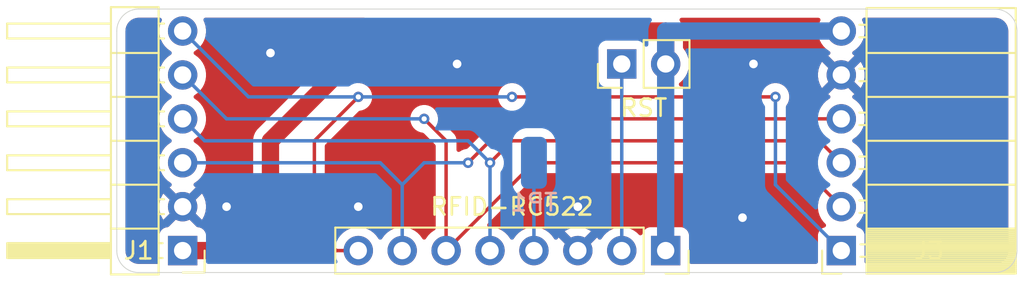
<source format=kicad_pcb>
(kicad_pcb (version 20241229) (generator "pcbnew") (generator_version "9.0")
  (layers (0 "F.Cu" signal) (2 "B.Cu" signal) (13 "F.Paste" user) (15 "B.Paste" user) (5 "F.SilkS" user "F.Silkscreen") (7 "B.SilkS" user "B.Silkscreen") (1 "F.Mask" user) (3 "B.Mask" user) (25 "Edge.Cuts" user))
  (net 0 "")
  (net 1 "GND")
  (net 2 "+3.3V")
  (net 3 "MISO")
  (net 4 "SCK")
  (net 5 "SS")
  (net 6 "Net-(J2-Pin_4)")
  (net 7 "RST")
  (net 8 "MOSI")
  (footprint "Connector_PinSocket_2.54mm:PinSocket_1x06_P2.54mm_Horizontal" (layer "F.Cu") (at 96.52 58.42 180)
    (property "Reference" "J3" (at -5.08 0 0) (layer "F.SilkS"))
    (property "Value" "SPI OUT")
    (fp_line (start 1.11 -1.33) (end 1.11 0) (stroke (width 0.12)) (layer "F.SilkS"))
    (fp_line (start 0 -1.33) (end 1.11 -1.33) (stroke (width 0.12)) (layer "F.SilkS"))
    (fp_line (start -1.46 13.06) (end -1.05 13.06) (stroke (width 0.12)) (layer "F.SilkS"))
    (fp_line (start -1.46 12.34) (end -1.05 12.34) (stroke (width 0.12)) (layer "F.SilkS"))
    (fp_line (start -1.46 10.52) (end -1.05 10.52) (stroke (width 0.12)) (layer "F.SilkS"))
    (fp_line (start -1.46 9.8) (end -1.05 9.8) (stroke (width 0.12)) (layer "F.SilkS"))
    (fp_line (start -1.46 7.98) (end -1.05 7.98) (stroke (width 0.12)) (layer "F.SilkS"))
    (fp_line (start -1.46 7.26) (end -1.05 7.26) (stroke (width 0.12)) (layer "F.SilkS"))
    (fp_line (start -1.46 5.44) (end -1.05 5.44) (stroke (width 0.12)) (layer "F.SilkS"))
    (fp_line (start -1.46 4.72) (end -1.05 4.72) (stroke (width 0.12)) (layer "F.SilkS"))
    (fp_line (start -1.46 2.9) (end -1.05 2.9) (stroke (width 0.12)) (layer "F.SilkS"))
    (fp_line (start -1.46 2.18) (end -1.05 2.18) (stroke (width 0.12)) (layer "F.SilkS"))
    (fp_line (start -1.46 0.36) (end -1.11 0.36) (stroke (width 0.12)) (layer "F.SilkS"))
    (fp_line (start -1.46 -0.36) (end -1.11 -0.36) (stroke (width 0.12)) (layer "F.SilkS"))
    (fp_line (start -1.46 -1.33) (end -1.46 14.03) (stroke (width 0.12)) (layer "F.SilkS"))
    (fp_line (start -10.09 14.03) (end -1.46 14.03) (stroke (width 0.12)) (layer "F.SilkS"))
    (fp_line (start -10.09 11.43) (end -1.46 11.43) (stroke (width 0.12)) (layer "F.SilkS"))
    (fp_line (start -10.09 8.89) (end -1.46 8.89) (stroke (width 0.12)) (layer "F.SilkS"))
    (fp_line (start -10.09 6.35) (end -1.46 6.35) (stroke (width 0.12)) (layer "F.SilkS"))
    (fp_line (start -10.09 3.81) (end -1.46 3.81) (stroke (width 0.12)) (layer "F.SilkS"))
    (fp_line (start -10.09 1.27) (end -1.46 1.27) (stroke (width 0.12)) (layer "F.SilkS"))
    (fp_line (start -10.09 1.1519) (end -1.46 1.1519) (stroke (width 0.12)) (layer "F.SilkS"))
    (fp_line (start -10.09 1.033805) (end -1.46 1.033805) (stroke (width 0.12)) (layer "F.SilkS"))
    (fp_line (start -10.09 0.91571) (end -1.46 0.91571) (stroke (width 0.12)) (layer "F.SilkS"))
    (fp_line (start -10.09 0.797615) (end -1.46 0.797615) (stroke (width 0.12)) (layer "F.SilkS"))
    (fp_line (start -10.09 0.67952) (end -1.46 0.67952) (stroke (width 0.12)) (layer "F.SilkS"))
    (fp_line (start -10.09 0.561425) (end -1.46 0.561425) (stroke (width 0.12)) (layer "F.SilkS"))
    (fp_line (start -10.09 0.44333) (end -1.46 0.44333) (stroke (width 0.12)) (layer "F.SilkS"))
    (fp_line (start -10.09 0.325235) (end -1.46 0.325235) (stroke (width 0.12)) (layer "F.SilkS"))
    (fp_line (start -10.09 0.20714) (end -1.46 0.20714) (stroke (width 0.12)) (layer "F.SilkS"))
    (fp_line (start -10.09 0.089045) (end -1.46 0.089045) (stroke (width 0.12)) (layer "F.SilkS"))
    (fp_line (start -10.09 -0.02905) (end -1.46 -0.02905) (stroke (width 0.12)) (layer "F.SilkS"))
    (fp_line (start -10.09 -0.147145) (end -1.46 -0.147145) (stroke (width 0.12)) (layer "F.SilkS"))
    (fp_line (start -10.09 -0.26524) (end -1.46 -0.26524) (stroke (width 0.12)) (layer "F.SilkS"))
    (fp_line (start -10.09 -0.383335) (end -1.46 -0.383335) (stroke (width 0.12)) (layer "F.SilkS"))
    (fp_line (start -10.09 -0.50143) (end -1.46 -0.50143) (stroke (width 0.12)) (layer "F.SilkS"))
    (fp_line (start -10.09 -0.619525) (end -1.46 -0.619525) (stroke (width 0.12)) (layer "F.SilkS"))
    (fp_line (start -10.09 -0.73762) (end -1.46 -0.73762) (stroke (width 0.12)) (layer "F.SilkS"))
    (fp_line (start -10.09 -0.855715) (end -1.46 -0.855715) (stroke (width 0.12)) (layer "F.SilkS"))
    (fp_line (start -10.09 -0.97381) (end -1.46 -0.97381) (stroke (width 0.12)) (layer "F.SilkS"))
    (fp_line (start -10.09 -1.091905) (end -1.46 -1.091905) (stroke (width 0.12)) (layer "F.SilkS"))
    (fp_line (start -10.09 -1.21) (end -1.46 -1.21) (stroke (width 0.12)) (layer "F.SilkS"))
    (fp_line (start -10.09 -1.33) (end -1.46 -1.33) (stroke (width 0.12)) (layer "F.SilkS"))
    (fp_line (start -10.09 -1.33) (end -10.09 14.03) (stroke (width 0.12)) (layer "F.SilkS"))
    (pad "1" thru_hole rect (at 0 0 180) (size 1.7 1.7) (drill 1) (layers "*.Cu" "*.Mask") (net 5 "SS"))
    (pad "2" thru_hole circle (at 0 2.54 180) (size 1.7 1.7) (drill 1) (layers "*.Cu" "*.Mask") (net 8 "MOSI"))
    (pad "3" thru_hole circle (at 0 5.08 180) (size 1.7 1.7) (drill 1) (layers "*.Cu" "*.Mask") (net 3 "MISO"))
    (pad "4" thru_hole circle (at 0 7.62 180) (size 1.7 1.7) (drill 1) (layers "*.Cu" "*.Mask") (net 4 "SCK"))
    (pad "5" thru_hole circle (at 0 10.16 180) (size 1.7 1.7) (drill 1) (layers "*.Cu" "*.Mask") (net 1 "GND"))
    (pad "6" thru_hole circle (at 0 12.7 180) (size 1.7 1.7) (drill 1) (layers "*.Cu" "*.Mask") (net 2 "+3.3V"))
  )
  (footprint "Connector_PinSocket_2.54mm:PinSocket_1x08_P2.54mm_Vertical" (layer "F.Cu") (at 86.36 58.42 -90)
    (property "Reference" "RFID-RC522" (at -2.54 8.89 180) (layer "F.SilkS"))
    (property "Value" "RFID-RC522")
    (fp_line (start -1.33 19.11) (end 1.33 19.11) (stroke (width 0.12)) (layer "F.SilkS"))
    (fp_line (start -1.33 1.27) (end -1.33 19.11) (stroke (width 0.12)) (layer "F.SilkS"))
    (fp_line (start -1.33 1.27) (end 1.33 1.27) (stroke (width 0.12)) (layer "F.SilkS"))
    (fp_line (start 1.33 1.27) (end 1.33 19.11) (stroke (width 0.12)) (layer "F.SilkS"))
    (fp_line (start 0 -1.33) (end 1.33 -1.33) (stroke (width 0.12)) (layer "F.SilkS"))
    (fp_line (start 1.33 -1.33) (end 1.33 0) (stroke (width 0.12)) (layer "F.SilkS"))
    (pad "1" thru_hole rect (at 0 0 270) (size 1.7 1.7) (drill 1) (layers "*.Cu" "*.Mask") (net 2 "+3.3V"))
    (pad "2" thru_hole circle (at 0 2.54 270) (size 1.7 1.7) (drill 1) (layers "*.Cu" "*.Mask") (net 7 "RST"))
    (pad "3" thru_hole circle (at 0 5.08 270) (size 1.7 1.7) (drill 1) (layers "*.Cu" "*.Mask") (net 1 "GND"))
    (pad "4" thru_hole circle (at 0 7.62 270) (size 1.7 1.7) (drill 1) (layers "*.Cu" "*.Mask") (net 6 "Net-(J2-Pin_4)"))
    (pad "5" thru_hole circle (at 0 10.16 270) (size 1.7 1.7) (drill 1) (layers "*.Cu" "*.Mask") (net 3 "MISO"))
    (pad "6" thru_hole circle (at 0 12.7 270) (size 1.7 1.7) (drill 1) (layers "*.Cu" "*.Mask") (net 8 "MOSI"))
    (pad "7" thru_hole circle (at 0 15.24 270) (size 1.7 1.7) (drill 1) (layers "*.Cu" "*.Mask") (net 4 "SCK"))
    (pad "8" thru_hole circle (at 0 17.78 270) (size 1.7 1.7) (drill 1) (layers "*.Cu" "*.Mask") (net 5 "SS"))
  )
  (footprint "Connector_PinHeader_2.54mm:PinHeader_1x06_P2.54mm_Horizontal" (layer "F.Cu") (at 58.42 58.42 180)
    (property "Reference" "J1" (at 2.54 0 0) (layer "F.SilkS"))
    (property "Value" "SPI IN")
    (fp_line (start 10.15 13.13) (end 4.15 13.13) (stroke (width 0.12)) (layer "F.SilkS"))
    (fp_line (start 10.15 12.27) (end 10.15 13.13) (stroke (width 0.12)) (layer "F.SilkS"))
    (fp_line (start 10.15 10.59) (end 4.15 10.59) (stroke (width 0.12)) (layer "F.SilkS"))
    (fp_line (start 10.15 9.73) (end 10.15 10.59) (stroke (width 0.12)) (layer "F.SilkS"))
    (fp_line (start 10.15 8.05) (end 4.15 8.05) (stroke (width 0.12)) (layer "F.SilkS"))
    (fp_line (start 10.15 7.19) (end 10.15 8.05) (stroke (width 0.12)) (layer "F.SilkS"))
    (fp_line (start 10.15 5.51) (end 4.15 5.51) (stroke (width 0.12)) (layer "F.SilkS"))
    (fp_line (start 10.15 4.65) (end 10.15 5.51) (stroke (width 0.12)) (layer "F.SilkS"))
    (fp_line (start 10.15 2.97) (end 4.15 2.97) (stroke (width 0.12)) (layer "F.SilkS"))
    (fp_line (start 10.15 2.11) (end 10.15 2.97) (stroke (width 0.12)) (layer "F.SilkS"))
    (fp_line (start 4.15 14.08) (end 4.15 -1.38) (stroke (width 0.12)) (layer "F.SilkS"))
    (fp_line (start 4.15 12.27) (end 10.15 12.27) (stroke (width 0.12)) (layer "F.SilkS"))
    (fp_line (start 4.15 9.73) (end 10.15 9.73) (stroke (width 0.12)) (layer "F.SilkS"))
    (fp_line (start 4.15 7.19) (end 10.15 7.19) (stroke (width 0.12)) (layer "F.SilkS"))
    (fp_line (start 4.15 4.65) (end 10.15 4.65) (stroke (width 0.12)) (layer "F.SilkS"))
    (fp_line (start 4.15 2.11) (end 10.15 2.11) (stroke (width 0.12)) (layer "F.SilkS"))
    (fp_line (start 4.15 -1.38) (end 1.39 -1.38) (stroke (width 0.12)) (layer "F.SilkS"))
    (fp_line (start 1.39 14.08) (end 4.15 14.08) (stroke (width 0.12)) (layer "F.SilkS"))
    (fp_line (start 1.39 11.43) (end 4.15 11.43) (stroke (width 0.12)) (layer "F.SilkS"))
    (fp_line (start 1.39 8.89) (end 4.15 8.89) (stroke (width 0.12)) (layer "F.SilkS"))
    (fp_line (start 1.39 6.35) (end 4.15 6.35) (stroke (width 0.12)) (layer "F.SilkS"))
    (fp_line (start 1.39 3.81) (end 4.15 3.81) (stroke (width 0.12)) (layer "F.SilkS"))
    (fp_line (start 1.39 1.27) (end 4.15 1.27) (stroke (width 0.12)) (layer "F.SilkS"))
    (fp_line (start 1.39 -1.38) (end 1.39 14.08) (stroke (width 0.12)) (layer "F.SilkS"))
    (fp_line (start 1.16 0.43) (end 1.39 0.43) (stroke (width 0.12)) (layer "F.SilkS"))
    (fp_line (start 1.16 -0.43) (end 1.39 -0.43) (stroke (width 0.12)) (layer "F.SilkS"))
    (fp_line (start 1.077358 13.13) (end 1.39 13.13) (stroke (width 0.12)) (layer "F.SilkS"))
    (fp_line (start 1.077358 12.27) (end 1.39 12.27) (stroke (width 0.12)) (layer "F.SilkS"))
    (fp_line (start 1.077358 10.59) (end 1.39 10.59) (stroke (width 0.12)) (layer "F.SilkS"))
    (fp_line (start 1.077358 9.73) (end 1.39 9.73) (stroke (width 0.12)) (layer "F.SilkS"))
    (fp_line (start 1.077358 8.05) (end 1.39 8.05) (stroke (width 0.12)) (layer "F.SilkS"))
    (fp_line (start 1.077358 7.19) (end 1.39 7.19) (stroke (width 0.12)) (layer "F.SilkS"))
    (fp_line (start 1.077358 5.51) (end 1.39 5.51) (stroke (width 0.12)) (layer "F.SilkS"))
    (fp_line (start 1.077358 4.65) (end 1.39 4.65) (stroke (width 0.12)) (layer "F.SilkS"))
    (fp_line (start 1.077358 2.97) (end 1.39 2.97) (stroke (width 0.12)) (layer "F.SilkS"))
    (fp_line (start 1.077358 2.11) (end 1.39 2.11) (stroke (width 0.12)) (layer "F.SilkS"))
    (fp_line (start -1.27 0) (end -1.27 -1.27) (stroke (width 0.12)) (layer "F.SilkS"))
    (fp_line (start -1.27 -1.27) (end 0 -1.27) (stroke (width 0.12)) (layer "F.SilkS"))
    (fp_rect (start 4.15 -0.43) (end 10.15 0.43) (stroke (width 0.12)) (fill yes) (layer "F.SilkS"))
    (pad "1" thru_hole rect (at 0 0 180) (size 1.7 1.7) (drill 1) (layers "*.Cu" "*.Mask") (net 2 "+3.3V"))
    (pad "2" thru_hole circle (at 0 2.54 180) (size 1.7 1.7) (drill 1) (layers "*.Cu" "*.Mask") (net 1 "GND"))
    (pad "3" thru_hole circle (at 0 5.08 180) (size 1.7 1.7) (drill 1) (layers "*.Cu" "*.Mask") (net 4 "SCK"))
    (pad "4" thru_hole circle (at 0 7.62 180) (size 1.7 1.7) (drill 1) (layers "*.Cu" "*.Mask") (net 3 "MISO"))
    (pad "5" thru_hole circle (at 0 10.16 180) (size 1.7 1.7) (drill 1) (layers "*.Cu" "*.Mask") (net 8 "MOSI"))
    (pad "6" thru_hole circle (at 0 12.7 180) (size 1.7 1.7) (drill 1) (layers "*.Cu" "*.Mask") (net 5 "SS"))
  )
  (footprint "Connector_PinHeader_2.54mm:PinHeader_1x02_P2.54mm_Vertical" (layer "F.Cu") (at 83.82 47.625 90)
    (property "Reference" "RST" (at -2.54 1.27 180) (layer "F.SilkS"))
    (property "Value" "RST")
    (fp_line (start -1.38 -1.38) (end 0 -1.38) (stroke (width 0.12)) (layer "F.SilkS"))
    (fp_line (start -1.38 0) (end -1.38 -1.38) (stroke (width 0.12)) (layer "F.SilkS"))
    (fp_line (start 1.38 1.27) (end 1.38 3.92) (stroke (width 0.12)) (layer "F.SilkS"))
    (fp_line (start -1.38 1.27) (end 1.38 1.27) (stroke (width 0.12)) (layer "F.SilkS"))
    (fp_line (start -1.38 1.27) (end -1.38 3.92) (stroke (width 0.12)) (layer "F.SilkS"))
    (fp_line (start -1.38 3.92) (end 1.38 3.92) (stroke (width 0.12)) (layer "F.SilkS"))
    (pad "1" thru_hole rect (at 0 0 90) (size 1.7 1.7) (drill 1) (layers "*.Cu" "*.Mask") (net 7 "RST"))
    (pad "2" thru_hole circle (at 0 2.54 90) (size 1.7 1.7) (drill 1) (layers "*.Cu" "*.Mask") (net 2 "+3.3V"))
  )
  (footprint "Connector_Wire:SolderWirePad_1x01_SMD_1.5x3mm" (layer "B.Cu") (at 78.74 53.34)
    (property "Reference" "TP1" (at 0 2.3 180) (layer "B.SilkS") (effects (justify mirror)))
    (property "Value" "1KQ")
    (pad "1" smd roundrect (at 0 0) (size 1.5 3) (layers "B.Cu" "B.Mask") (net 6 "Net-(J2-Pin_4)"))
  )
  (gr_arc (start 106.68 58.42) (mid 106.308026 59.318026) (end 105.41 59.69) (stroke (width 0.05)) (layer "Edge.Cuts"))
  (gr_line (start 54.61 45.72) (end 54.61 58.42) (stroke (width 0.05)) (layer "Edge.Cuts"))
  (gr_arc (start 54.61 45.72) (mid 54.981974 44.821974) (end 55.88 44.45) (stroke (width 0.05)) (layer "Edge.Cuts"))
  (gr_line (start 106.68 58.42) (end 106.68 45.72) (stroke (width 0.05)) (layer "Edge.Cuts"))
  (gr_line (start 55.88 59.69) (end 105.41 59.69) (stroke (width 0.05)) (layer "Edge.Cuts"))
  (gr_arc (start 55.88 59.69) (mid 54.981974 59.318026) (end 54.61 58.42) (stroke (width 0.05)) (layer "Edge.Cuts"))
  (gr_arc (start 105.41 44.45) (mid 106.308026 44.821974) (end 106.68 45.72) (stroke (width 0.05)) (layer "Edge.Cuts"))
  (gr_line (start 105.41 44.45) (end 55.88 44.45) (stroke (width 0.05)) (layer "Edge.Cuts"))
  (via (at 91.44 47.625) (size 1) (drill 0.5) (layers "F.Cu" "B.Cu") (net 1))
  (via (at 68.58 55.88) (size 1) (drill 0.5) (layers "F.Cu" "B.Cu") (net 1))
  (via (at 90.805 56.515) (size 1) (drill 0.5) (layers "F.Cu" "B.Cu") (net 1))
  (via (at 74.295 47.625) (size 1) (drill 0.5) (layers "F.Cu" "B.Cu") (net 1))
  (via (at 63.5 46.99) (size 1) (drill 0.5) (layers "F.Cu" "B.Cu") (net 1))
  (via (at 60.96 55.88) (size 1) (drill 0.5) (layers "F.Cu" "B.Cu") (net 1))
  (via (at 81.28 55.88) (size 1) (drill 0.5) (layers "F.Cu" "B.Cu") (net 1))
  (segment (start 63.5 57.15) (end 63.5 52.07) (width 1) (layer "F.Cu") (net 2))
  (segment (start 86.36 45.72) (end 86.36 46.99) (width 1) (layer "F.Cu") (net 2))
  (segment (start 58.42 58.42) (end 62.23 58.42) (width 1) (layer "F.Cu") (net 2))
  (segment (start 63.5 52.07) (end 69.85 45.72) (width 1) (layer "F.Cu") (net 2))
  (segment (start 69.85 45.72) (end 86.36 45.72) (width 1) (layer "F.Cu") (net 2))
  (segment (start 62.23 58.42) (end 63.5 57.15) (width 1) (layer "F.Cu") (net 2))
  (segment (start 96.52 45.72) (end 86.36 45.72) (width 1) (layer "B.Cu") (net 2))
  (segment (start 86.36 58.42) (end 86.36 45.72) (width 1) (layer "B.Cu") (net 2))
  (segment (start 95.25 52.07) (end 77.47 52.07) (width 0.2) (layer "F.Cu") (net 3))
  (segment (start 77.47 52.07) (end 76.2 53.34) (width 0.2) (layer "F.Cu") (net 3))
  (segment (start 96.52 53.34) (end 95.25 52.07) (width 0.2) (layer "F.Cu") (net 3))
  (via (at 76.2 53.34) (size 0.6) (drill 0.3) (layers "F.Cu" "B.Cu") (net 3))
  (segment (start 74.93 52.07) (end 76.2 53.34) (width 0.2) (layer "B.Cu") (net 3))
  (segment (start 58.42 50.8) (end 59.69 52.07) (width 0.2) (layer "B.Cu") (net 3))
  (segment (start 59.69 52.07) (end 74.93 52.07) (width 0.2) (layer "B.Cu") (net 3))
  (segment (start 76.2 53.34) (end 76.2 58.42) (width 0.2) (layer "B.Cu") (net 3))
  (segment (start 77.47 50.8) (end 96.52 50.8) (width 0.2) (layer "F.Cu") (net 4))
  (segment (start 74.93 53.34) (end 77.47 50.8) (width 0.2) (layer "F.Cu") (net 4))
  (via (at 74.93 53.34) (size 0.6) (drill 0.3) (layers "F.Cu" "B.Cu") (net 4))
  (segment (start 74.93 53.34) (end 72.39 53.34) (width 0.2) (layer "B.Cu") (net 4))
  (segment (start 72.39 53.34) (end 71.12 54.61) (width 0.2) (layer "B.Cu") (net 4))
  (segment (start 71.12 54.61) (end 71.12 57.15) (width 0.2) (layer "B.Cu") (net 4))
  (segment (start 71.12 57.15) (end 71.12 58.42) (width 0.2) (layer "B.Cu") (net 4))
  (segment (start 69.85 53.34) (end 71.12 54.61) (width 0.2) (layer "B.Cu") (net 4))
  (segment (start 58.42 53.34) (end 69.85 53.34) (width 0.2) (layer "B.Cu") (net 4))
  (segment (start 68.58 58.42) (end 67.31 58.42) (width 0.2) (layer "F.Cu") (net 5))
  (segment (start 67.31 58.42) (end 66.04 57.15) (width 0.2) (layer "F.Cu") (net 5))
  (segment (start 66.04 57.15) (end 66.04 52.07) (width 0.2) (layer "F.Cu") (net 5))
  (segment (start 66.04 52.07) (end 68.58 49.53) (width 0.2) (layer "F.Cu") (net 5))
  (segment (start 77.47 49.53) (end 92.71 49.53) (width 0.2) (layer "F.Cu") (net 5))
  (via (at 68.58 49.53) (size 0.6) (drill 0.3) (layers "F.Cu" "B.Cu") (net 5))
  (via (at 92.71 49.53) (size 0.6) (drill 0.3) (layers "F.Cu" "B.Cu") (net 5))
  (via (at 77.47 49.53) (size 0.6) (drill 0.3) (layers "F.Cu" "B.Cu") (net 5))
  (segment (start 68.58 49.53) (end 77.47 49.53) (width 0.2) (layer "B.Cu") (net 5))
  (segment (start 68.58 49.53) (end 62.23 49.53) (width 0.2) (layer "B.Cu") (net 5))
  (segment (start 92.71 54.61) (end 96.52 58.42) (width 0.2) (layer "B.Cu") (net 5))
  (segment (start 92.71 49.53) (end 92.71 54.61) (width 0.2) (layer "B.Cu") (net 5))
  (segment (start 62.23 49.53) (end 58.42 45.72) (width 0.2) (layer "B.Cu") (net 5))
  (segment (start 78.74 58.42) (end 78.74 53.34) (width 0.2) (layer "B.Cu") (net 6))
  (segment (start 83.82 58.42) (end 83.82 46.99) (width 0.2) (layer "B.Cu") (net 7))
  (segment (start 72.39 50.8) (end 73.66 52.07) (width 0.2) (layer "F.Cu") (net 8))
  (segment (start 78.74 53.34) (end 93.98 53.34) (width 0.2) (layer "F.Cu") (net 8))
  (segment (start 93.98 53.34) (end 96.52 55.88) (width 0.2) (layer "F.Cu") (net 8))
  (segment (start 73.66 52.07) (end 73.66 58.42) (width 0.2) (layer "F.Cu") (net 8))
  (segment (start 73.66 58.42) (end 78.74 53.34) (width 0.2) (layer "F.Cu") (net 8))
  (via (at 72.39 50.8) (size 0.6) (drill 0.3) (layers "F.Cu" "B.Cu") (net 8))
  (segment (start 60.96 50.8) (end 58.42 48.26) (width 0.2) (layer "B.Cu") (net 8))
  (segment (start 72.39 50.8) (end 60.96 50.8) (width 0.2) (layer "B.Cu") (net 8))
  (zone (net 1) (net_name "GND") (layer "F.Cu") (priority 1) (connect_pads (clearance 0.5)) (min_thickness 0.25) (fill yes (thermal_gap 0.5) (thermal_bridge_width 0.5))
    (polygon (pts (xy 54.61 44.45) (xy 106.68 44.45) (xy 106.68 59.69) (xy 54.61 59.69)))
  )
  (zone (net 1) (net_name "GND") (layer "B.Cu") (connect_pads (clearance 0.5)) (min_thickness 0.25) (fill yes (thermal_gap 0.5) (thermal_bridge_width 0.5))
    (polygon (pts (xy 106.68 44.45) (xy 106.68 59.69) (xy 54.61 59.69) (xy 54.61 44.45) (xy 63.5 44.45)))
  )
)
</source>
